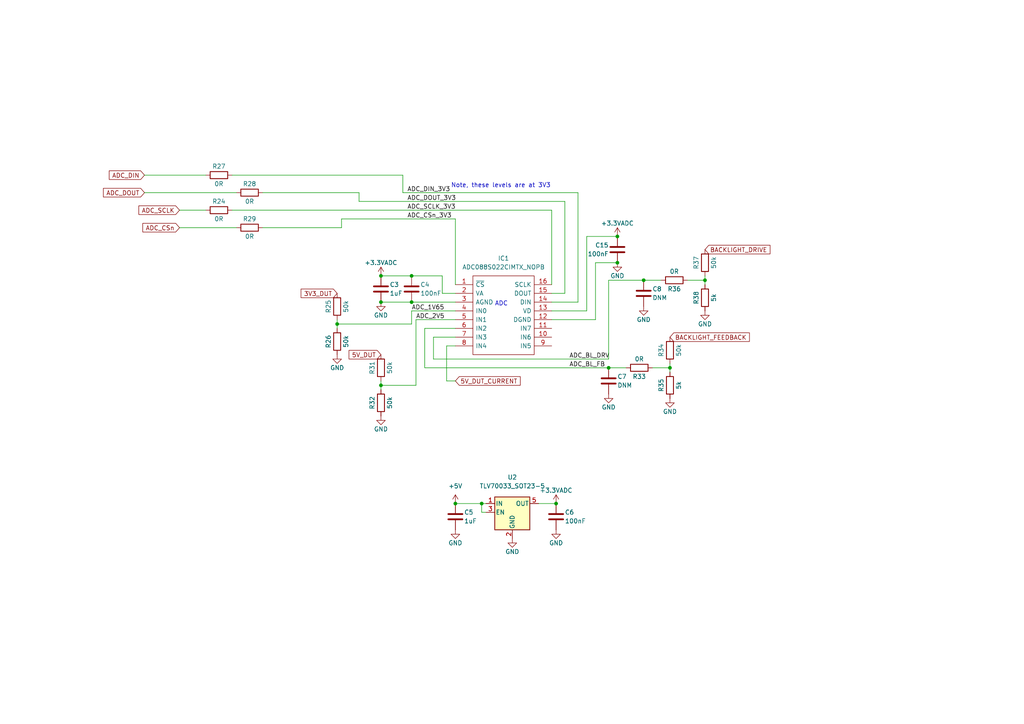
<source format=kicad_sch>
(kicad_sch (version 20211123) (generator eeschema)
  (paper "A4")
  (lib_symbols
    (symbol "Device:C" (pin_numbers hide) (pin_names (offset 0.254))
      (property "Reference" "C" (at 0.635 2.54 0))
      (property "Value" "C" (at 0.635 -2.54 0))
      (symbol "C_0_1"
        (polyline (pts (xy -2.032 -0.762) (xy 2.032 -0.762)) (stroke (width 0.508)))
        (polyline (pts (xy -2.032 0.762) (xy 2.032 0.762)) (stroke (width 0.508)))
      )
      (symbol "C_1_1"
        (pin passive line (at 0 3.81 270) (length 2.794) (name "~") (number "1"))
        (pin passive line (at 0 -3.81 90) (length 2.794) (name "~") (number "2"))
      )
    )
    (symbol "Device:R" (pin_numbers hide) (pin_names (offset 0))
      (property "Reference" "R" (at 2.032 0 90))
      (property "Value" "R" (at 0 0 90))
      (symbol "R_0_1"
        (rectangle (start -1.016 -2.54) (end 1.016 2.54) (stroke (width 0.254)))
      )
      (symbol "R_1_1"
        (pin passive line (at 0 3.81 270) (length 1.27) (name "~") (number "1"))
        (pin passive line (at 0 -3.81 90) (length 1.27) (name "~") (number "2"))
      )
    )
    (symbol "Regulator_Linear:TLV70033_SOT23-5" (pin_names (offset 0.254))
      (property "Reference" "U" (at -3.81 5.715 0))
      (property "Value" "TLV70033_SOT23-5" (at 0 5.715 0))
      (symbol "TLV70033_SOT23-5_0_1"
        (rectangle (start -5.08 4.445) (end 5.08 -5.08) (stroke (width 0.254)) (fill (type background)))
      )
      (symbol "TLV70033_SOT23-5_1_1"
        (pin power_in line (at -7.62 2.54 0) (length 2.54) (name "IN") (number "1"))
        (pin power_in line (at 0 -7.62 90) (length 2.54) (name "GND") (number "2"))
        (pin input line (at -7.62 0 0) (length 2.54) (name "EN") (number "3"))
        (pin no_connect line (at 5.08 0 180) (length 2.54) hide (name "NC") (number "4"))
        (pin power_out line (at 7.62 2.54 180) (length 2.54) (name "OUT") (number "5"))
      )
    )
    (symbol "SamacSys_Parts:ADC088S022CIMTX_NOPB" (pin_names (offset 0.762))
      (property "Reference" "IC" (at 24.13 7.62 0))
      (property "Value" "ADC088S022CIMTX_NOPB" (at 24.13 5.08 0))
      (symbol "ADC088S022CIMTX_NOPB_0_0"
        (pin passive line (at 0 0 0) (length 5.08) (name "~{CS}") (number "1"))
        (pin passive line (at 27.94 -15.24 180) (length 5.08) (name "IN6") (number "10"))
        (pin passive line (at 27.94 -12.7 180) (length 5.08) (name "IN7") (number "11"))
        (pin passive line (at 27.94 -10.16 180) (length 5.08) (name "DGND") (number "12"))
        (pin passive line (at 27.94 -7.62 180) (length 5.08) (name "VD") (number "13"))
        (pin passive line (at 27.94 -5.08 180) (length 5.08) (name "DIN") (number "14"))
        (pin passive line (at 27.94 -2.54 180) (length 5.08) (name "DOUT") (number "15"))
        (pin passive line (at 27.94 0 180) (length 5.08) (name "SCLK") (number "16"))
        (pin passive line (at 0 -2.54 0) (length 5.08) (name "VA") (number "2"))
        (pin passive line (at 0 -5.08 0) (length 5.08) (name "AGND") (number "3"))
        (pin passive line (at 0 -7.62 0) (length 5.08) (name "IN0") (number "4"))
        (pin passive line (at 0 -10.16 0) (length 5.08) (name "IN1") (number "5"))
        (pin passive line (at 0 -12.7 0) (length 5.08) (name "IN2") (number "6"))
        (pin passive line (at 0 -15.24 0) (length 5.08) (name "IN3") (number "7"))
        (pin passive line (at 0 -17.78 0) (length 5.08) (name "IN4") (number "8"))
        (pin passive line (at 27.94 -17.78 180) (length 5.08) (name "IN5") (number "9"))
      )
      (symbol "ADC088S022CIMTX_NOPB_0_1"
        (polyline (pts (xy 5.08 2.54) (xy 22.86 2.54) (xy 22.86 -20.32) (xy 5.08 -20.32) (xy 5.08 2.54)) (stroke (width 0.1524)))
      )
    )
    (symbol "power:+3.3VADC" (power) (pin_names (offset 0))
      (property "Value" "+3.3VADC" (at 0 2.54 0))
      (symbol "+3.3VADC_0_0"
        (pin power_in line (at 0 0 90) (length 0) hide (name "+3.3VADC") (number "1"))
      )
      (symbol "+3.3VADC_0_1"
        (polyline (pts (xy -0.762 1.27) (xy 0 2.54)))
        (polyline (pts (xy 0 0) (xy 0 2.54)))
        (polyline (pts (xy 0 2.54) (xy 0.762 1.27)))
      )
    )
    (symbol "power:+5V" (power) (pin_names (offset 0))
      (property "Value" "+5V" (at 0 3.556 0))
      (symbol "+5V_0_1"
        (polyline (pts (xy -0.762 1.27) (xy 0 2.54)))
        (polyline (pts (xy 0 0) (xy 0 2.54)))
        (polyline (pts (xy 0 2.54) (xy 0.762 1.27)))
      )
      (symbol "+5V_1_1"
        (pin power_in line (at 0 0 90) (length 0) hide (name "+5V") (number "1"))
      )
    )
    (symbol "power:GND" (power) (pin_names (offset 0))
      (property "Value" "GND" (at 0 -3.81 0))
      (symbol "GND_0_1"
        (polyline (pts (xy 0 0) (xy 0 -1.27) (xy 1.27 -1.27) (xy 0 -2.54) (xy -1.27 -1.27) (xy 0 -1.27)))
      )
      (symbol "GND_1_1"
        (pin power_in line (at 0 0 270) (length 0) hide (name "GND") (number "1"))
      )
    )
  )
  (junction (at 186.69 81.28))
  (junction (at 176.53 106.68))
  (junction (at 110.49 111.76))
  (junction (at 204.47 81.28))
  (junction (at 139.7 146.05))
  (junction (at 194.31 106.68))
  (junction (at 161.29 146.05))
  (junction (at 110.49 80.01))
  (junction (at 179.07 76.2))
  (junction (at 110.49 87.63))
  (junction (at 179.07 68.58))
  (junction (at 119.38 80.01))
  (junction (at 97.79 93.98))
  (junction (at 132.08 146.05))
  (junction (at 119.38 87.63))
  (wire (pts (xy 176.53 106.68) (xy 181.61 106.68)))
  (wire (pts (xy 52.07 66.04) (xy 68.58 66.04)))
  (wire (pts (xy 160.02 92.71) (xy 172.72 92.71)))
  (wire (pts (xy 123.19 95.25) (xy 123.19 106.68)))
  (wire (pts (xy 160.02 60.96) (xy 160.02 82.55)))
  (wire (pts (xy 170.18 68.58) (xy 170.18 90.17)))
  (wire (pts (xy 189.23 106.68) (xy 194.31 106.68)))
  (wire (pts (xy 76.2 55.88) (xy 104.14 55.88)))
  (wire (pts (xy 41.91 55.88) (xy 68.58 55.88)))
  (wire (pts (xy 97.79 93.98) (xy 97.79 95.25)))
  (wire (pts (xy 110.49 111.76) (xy 110.49 113.03)))
  (wire (pts (xy 129.54 110.49) (xy 129.54 100.33)))
  (wire (pts (xy 204.47 81.28) (xy 204.47 82.55)))
  (wire (pts (xy 123.19 106.68) (xy 176.53 106.68)))
  (wire (pts (xy 125.73 97.79) (xy 125.73 104.14)))
  (wire (pts (xy 129.54 100.33) (xy 132.08 100.33)))
  (wire (pts (xy 132.08 97.79) (xy 125.73 97.79)))
  (wire (pts (xy 125.73 104.14) (xy 176.53 104.14)))
  (wire (pts (xy 132.08 63.5) (xy 132.08 82.55)))
  (wire (pts (xy 120.65 92.71) (xy 120.65 111.76)))
  (wire (pts (xy 104.14 58.42) (xy 163.83 58.42)))
  (wire (pts (xy 132.08 110.49) (xy 129.54 110.49)))
  (wire (pts (xy 176.53 81.28) (xy 186.69 81.28)))
  (wire (pts (xy 97.79 93.98) (xy 119.38 93.98)))
  (wire (pts (xy 120.65 92.71) (xy 132.08 92.71)))
  (wire (pts (xy 172.72 92.71) (xy 172.72 76.2)))
  (wire (pts (xy 104.14 55.88) (xy 104.14 58.42)))
  (wire (pts (xy 119.38 80.01) (xy 128.27 80.01)))
  (wire (pts (xy 128.27 85.09) (xy 132.08 85.09)))
  (wire (pts (xy 167.64 87.63) (xy 167.64 55.88)))
  (wire (pts (xy 176.53 81.28) (xy 176.53 104.14)))
  (wire (pts (xy 139.7 148.59) (xy 139.7 146.05)))
  (wire (pts (xy 167.64 55.88) (xy 116.84 55.88)))
  (wire (pts (xy 99.06 66.04) (xy 99.06 63.5)))
  (wire (pts (xy 160.02 87.63) (xy 167.64 87.63)))
  (wire (pts (xy 179.07 68.58) (xy 170.18 68.58)))
  (wire (pts (xy 204.47 80.01) (xy 204.47 81.28)))
  (wire (pts (xy 170.18 90.17) (xy 160.02 90.17)))
  (wire (pts (xy 120.65 111.76) (xy 110.49 111.76)))
  (wire (pts (xy 163.83 85.09) (xy 163.83 58.42)))
  (wire (pts (xy 110.49 110.49) (xy 110.49 111.76)))
  (wire (pts (xy 110.49 87.63) (xy 119.38 87.63)))
  (wire (pts (xy 199.39 81.28) (xy 204.47 81.28)))
  (wire (pts (xy 160.02 85.09) (xy 163.83 85.09)))
  (wire (pts (xy 67.31 60.96) (xy 160.02 60.96)))
  (wire (pts (xy 110.49 80.01) (xy 119.38 80.01)))
  (wire (pts (xy 128.27 80.01) (xy 128.27 85.09)))
  (wire (pts (xy 139.7 146.05) (xy 140.97 146.05)))
  (wire (pts (xy 194.31 106.68) (xy 194.31 107.95)))
  (wire (pts (xy 97.79 92.71) (xy 97.79 93.98)))
  (wire (pts (xy 52.07 60.96) (xy 59.69 60.96)))
  (wire (pts (xy 140.97 148.59) (xy 139.7 148.59)))
  (wire (pts (xy 156.21 146.05) (xy 161.29 146.05)))
  (wire (pts (xy 76.2 66.04) (xy 99.06 66.04)))
  (wire (pts (xy 41.91 50.8) (xy 59.69 50.8)))
  (wire (pts (xy 194.31 105.41) (xy 194.31 106.68)))
  (wire (pts (xy 119.38 87.63) (xy 132.08 87.63)))
  (wire (pts (xy 99.06 63.5) (xy 132.08 63.5)))
  (wire (pts (xy 132.08 95.25) (xy 123.19 95.25)))
  (wire (pts (xy 119.38 93.98) (xy 119.38 90.17)))
  (wire (pts (xy 119.38 90.17) (xy 132.08 90.17)))
  (wire (pts (xy 116.84 55.88) (xy 116.84 50.8)))
  (wire (pts (xy 186.69 81.28) (xy 191.77 81.28)))
  (wire (pts (xy 132.08 146.05) (xy 139.7 146.05)))
  (wire (pts (xy 172.72 76.2) (xy 179.07 76.2)))
  (wire (pts (xy 67.31 50.8) (xy 116.84 50.8)))
  (text "Note, these levels are at 3V3" (at 130.81 54.61 0) (effects (font (size 1.27 1.27)) (justify left bottom)))
  (text "ADC" (at 143.51 88.9 0) (effects (font (size 1.27 1.27)) (justify left bottom)))
  (label "ADC_BL_DRV" (at 165.1 104.14 0))
  (label "ADC_1V65" (at 119.38 90.17 0))
  (label "ADC_CSn_3V3" (at 118.11 63.5 0))
  (label "ADC_BL_FB" (at 165.1 106.68 0))
  (label "ADC_DOUT_3V3" (at 118.11 58.42 0))
  (label "ADC_DIN_3V3" (at 118.11 55.88 0))
  (label "ADC_2V5" (at 120.65 92.71 0))
  (label "ADC_SCLK_3V3" (at 118.11 60.96 0))
  (global_label "ADC_CSn" (shape input) (at 52.07 66.04 180) (property "Intersheet References" "${INTERSHEET_REFS}" (effects hide)))
  (global_label "BACKLIGHT_FEEDBACK" (shape input) (at 194.31 97.79 0) (property "Intersheet References" "${INTERSHEET_REFS}" (effects hide)))
  (global_label "ADC_SCLK" (shape input) (at 52.07 60.96 180) (property "Intersheet References" "${INTERSHEET_REFS}" (effects hide)))
  (global_label "5V_DUT_CURRENT" (shape input) (at 132.08 110.49 0) (property "Intersheet References" "${INTERSHEET_REFS}" (effects hide)))
  (global_label "ADC_DIN" (shape input) (at 41.91 50.8 180) (property "Intersheet References" "${INTERSHEET_REFS}" (effects hide)))
  (global_label "3V3_DUT" (shape input) (at 97.79 85.09 180) (property "Intersheet References" "${INTERSHEET_REFS}" (effects hide)))
  (global_label "ADC_DOUT" (shape input) (at 41.91 55.88 180) (property "Intersheet References" "${INTERSHEET_REFS}" (effects hide)))
  (global_label "BACKLIGHT_DRIVE" (shape input) (at 204.47 72.39 0) (property "Intersheet References" "${INTERSHEET_REFS}" (effects hide)))
  (global_label "5V_DUT" (shape input) (at 110.49 102.87 180) (property "Intersheet References" "${INTERSHEET_REFS}" (effects hide)))
  (symbol (lib_id "power:GND") (at 148.59 156.21 0) (unit 1)
    (property "Reference" "#PWR0125" (effects hide))
    (property "Value" "GND" (at 148.59 160.02 0))
  )
  (symbol (lib_id "power:GND") (at 194.31 115.57 0) (unit 1)
    (property "Reference" "#PWR0128" (effects hide))
    (property "Value" "GND" (at 194.31 119.38 0))
  )
  (symbol (lib_id "Device:R") (at 97.79 99.06 180) (unit 1)
    (property "Reference" "R26" (at 95.25 99.06 90))
    (property "Value" "50k" (at 100.33 99.06 90))
    (property "Footprint" "Resistor_SMD:R_0402_1005Metric" (effects hide))
  )
  (symbol (lib_id "power:+5V") (at 132.08 146.05 0) (unit 1)
    (property "Reference" "#PWR0123" (effects hide))
    (property "Value" "+5V" (at 132.08 140.97 0))
  )
  (symbol (lib_id "Device:R") (at 204.47 76.2 180) (unit 1)
    (property "Reference" "R37" (at 201.93 76.2 90))
    (property "Value" "50k" (at 207.01 76.2 90))
    (property "Footprint" "Resistor_SMD:R_0402_1005Metric" (effects hide))
  )
  (symbol (lib_id "Device:R") (at 110.49 106.68 180) (unit 1)
    (property "Reference" "R31" (at 107.95 106.68 90))
    (property "Value" "50k" (at 113.03 106.68 90))
    (property "Footprint" "Resistor_SMD:R_0402_1005Metric" (effects hide))
  )
  (symbol (lib_id "Device:C") (at 186.69 85.09 180) (unit 1)
    (property "Reference" "C8" (at 189.23 83.82 0) (effects (justify right)))
    (property "Value" "DNM" (at 189.23 86.36 0) (effects (justify right)))
    (property "Footprint" "Capacitor_SMD:C_0603_1608Metric" (effects hide))
  )
  (symbol (lib_id "Device:R") (at 185.42 106.68 270) (unit 1)
    (property "Reference" "R33" (at 185.42 109.22 90))
    (property "Value" "0R" (at 185.42 104.14 90))
    (property "Footprint" "Resistor_SMD:R_0402_1005Metric" (effects hide))
  )
  (symbol (lib_id "Device:R") (at 72.39 66.04 90) (unit 1)
    (property "Reference" "R29" (at 72.39 63.5 90))
    (property "Value" "0R" (at 72.39 68.58 90))
    (property "Footprint" "Resistor_SMD:R_0402_1005Metric" (effects hide))
  )
  (symbol (lib_id "power:GND") (at 179.07 76.2 0) (mirror y) (unit 1)
    (property "Reference" "#PWR0149" (effects hide))
    (property "Value" "GND" (at 179.07 80.01 0))
  )
  (symbol (lib_id "power:GND") (at 161.29 153.67 0) (unit 1)
    (property "Reference" "#PWR0120" (effects hide))
    (property "Value" "GND" (at 161.29 157.48 0))
  )
  (symbol (lib_id "Device:R") (at 194.31 111.76 180) (unit 1)
    (property "Reference" "R35" (at 191.77 111.76 90))
    (property "Value" "5k" (at 196.85 111.76 90))
    (property "Footprint" "Resistor_SMD:R_0402_1005Metric" (effects hide))
  )
  (symbol (lib_id "SamacSys_Parts:ADC088S022CIMTX_NOPB") (at 132.08 82.55 0) (unit 1)
    (property "Reference" "IC1" (at 146.05 74.93 0))
    (property "Value" "ADC088S022CIMTX_NOPB" (at 146.05 77.47 0))
    (property "Footprint" "SOP65P640X120-16N" (effects hide))
    (property "Datasheet" "http://www.ti.com/lit/gpn/ADC088S022" (effects hide))
    (property "Description" "8-Channel, 50 ksps to 200 ksps, 8-Bit A/D Converter" (effects hide))
    (property "Height" "1.2" (effects hide))
    (property "Mouser Part Number" "926-A088S022CIMTXNPB" (effects hide))
    (property "Mouser Price/Stock" "https://www.mouser.co.uk/ProductDetail/Texas-Instruments/ADC088S022CIMTX-NOPB?qs=7X5t%252BdzoRHAI4w5p3quJdQ%3D%3D" (effects hide))
    (property "Manufacturer_Name" "Texas Instruments" (effects hide))
    (property "Manufacturer_Part_Number" "ADC088S022CIMTX/NOPB" (effects hide))
  )
  (symbol (lib_id "Device:R") (at 63.5 60.96 90) (unit 1)
    (property "Reference" "R24" (at 63.5 58.42 90))
    (property "Value" "0R" (at 63.5 63.5 90))
    (property "Footprint" "Resistor_SMD:R_0402_1005Metric" (effects hide))
  )
  (symbol (lib_id "Device:C") (at 176.53 110.49 180) (unit 1)
    (property "Reference" "C7" (at 179.07 109.22 0) (effects (justify right)))
    (property "Value" "DNM" (at 179.07 111.76 0) (effects (justify right)))
    (property "Footprint" "Capacitor_SMD:C_0603_1608Metric" (effects hide))
  )
  (symbol (lib_id "Device:R") (at 110.49 116.84 180) (unit 1)
    (property "Reference" "R32" (at 107.95 116.84 90))
    (property "Value" "50k" (at 113.03 116.84 90))
    (property "Footprint" "Resistor_SMD:R_0402_1005Metric" (effects hide))
  )
  (symbol (lib_id "power:GND") (at 204.47 90.17 0) (unit 1)
    (property "Reference" "#PWR0130" (effects hide))
    (property "Value" "GND" (at 204.47 93.98 0))
  )
  (symbol (lib_id "Device:C") (at 132.08 149.86 180) (unit 1)
    (property "Reference" "C5" (at 134.62 148.59 0) (effects (justify right)))
    (property "Value" "1uF" (at 134.62 151.13 0) (effects (justify right)))
    (property "Footprint" "Capacitor_SMD:C_0603_1608Metric" (effects hide))
  )
  (symbol (lib_id "power:+3.3VADC") (at 161.29 146.05 0) (unit 1)
    (property "Reference" "#PWR0119" (effects hide))
    (property "Value" "+3.3VADC" (at 161.29 142.24 0))
  )
  (symbol (lib_id "Device:R") (at 72.39 55.88 90) (unit 1)
    (property "Reference" "R28" (at 72.39 53.34 90))
    (property "Value" "0R" (at 72.39 58.42 90))
    (property "Footprint" "Resistor_SMD:R_0402_1005Metric" (effects hide))
  )
  (symbol (lib_id "Device:R") (at 204.47 86.36 180) (unit 1)
    (property "Reference" "R38" (at 201.93 86.36 90))
    (property "Value" "5k" (at 207.01 86.36 90))
    (property "Footprint" "Resistor_SMD:R_0402_1005Metric" (effects hide))
  )
  (symbol (lib_id "power:GND") (at 132.08 153.67 0) (unit 1)
    (property "Reference" "#PWR0126" (effects hide))
    (property "Value" "GND" (at 132.08 157.48 0))
  )
  (symbol (lib_id "Device:R") (at 63.5 50.8 90) (unit 1)
    (property "Reference" "R27" (at 63.5 48.26 90))
    (property "Value" "0R" (at 63.5 53.34 90))
    (property "Footprint" "Resistor_SMD:R_0402_1005Metric" (effects hide))
  )
  (symbol (lib_id "Regulator_Linear:TLV70033_SOT23-5") (at 148.59 148.59 0) (unit 1)
    (property "Reference" "U2" (at 148.59 138.43 0))
    (property "Value" "TLV70033_SOT23-5" (at 148.59 140.97 0))
    (property "Footprint" "Package_TO_SOT_SMD:SOT-23-5" (effects hide))
    (property "Datasheet" "http://www.ti.com/lit/ds/symlink/tlv700.pdf" (effects hide))
  )
  (symbol (lib_id "power:+3.3VADC") (at 179.07 68.58 0) (mirror y) (unit 1)
    (property "Reference" "#PWR0150" (effects hide))
    (property "Value" "+3.3VADC" (at 179.07 64.77 0))
  )
  (symbol (lib_id "power:GND") (at 186.69 88.9 0) (unit 1)
    (property "Reference" "#PWR0129" (effects hide))
    (property "Value" "GND" (at 186.69 92.71 0))
  )
  (symbol (lib_id "Device:R") (at 195.58 81.28 270) (unit 1)
    (property "Reference" "R36" (at 195.58 83.82 90))
    (property "Value" "0R" (at 195.58 78.74 90))
    (property "Footprint" "Resistor_SMD:R_0402_1005Metric" (effects hide))
  )
  (symbol (lib_id "power:GND") (at 110.49 120.65 0) (unit 1)
    (property "Reference" "#PWR0124" (effects hide))
    (property "Value" "GND" (at 110.49 124.46 0))
  )
  (symbol (lib_id "Device:R") (at 194.31 101.6 180) (unit 1)
    (property "Reference" "R34" (at 191.77 101.6 90))
    (property "Value" "50k" (at 196.85 101.6 90))
    (property "Footprint" "Resistor_SMD:R_0402_1005Metric" (effects hide))
  )
  (symbol (lib_id "Device:C") (at 119.38 83.82 180) (unit 1)
    (property "Reference" "C4" (at 121.92 82.55 0) (effects (justify right)))
    (property "Value" "100nF" (at 121.92 85.09 0) (effects (justify right)))
    (property "Footprint" "Capacitor_SMD:C_0402_1005Metric" (effects hide))
  )
  (symbol (lib_id "Device:R") (at 97.79 88.9 180) (unit 1)
    (property "Reference" "R25" (at 95.25 88.9 90))
    (property "Value" "50k" (at 100.33 88.9 90))
    (property "Footprint" "Resistor_SMD:R_0402_1005Metric" (effects hide))
  )
  (symbol (lib_id "power:GND") (at 110.49 87.63 0) (unit 1)
    (property "Reference" "#PWR0118" (effects hide))
    (property "Value" "GND" (at 110.49 91.44 0))
  )
  (symbol (lib_id "Device:C") (at 110.49 83.82 180) (unit 1)
    (property "Reference" "C3" (at 113.03 82.55 0) (effects (justify right)))
    (property "Value" "1uF" (at 113.03 85.09 0) (effects (justify right)))
    (property "Footprint" "Capacitor_SMD:C_0603_1608Metric" (effects hide))
  )
  (symbol (lib_id "power:+3.3VADC") (at 110.49 80.01 0) (unit 1)
    (property "Reference" "#PWR0117" (effects hide))
    (property "Value" "+3.3VADC" (at 110.49 76.2 0))
  )
  (symbol (lib_id "Device:C") (at 161.29 149.86 180) (unit 1)
    (property "Reference" "C6" (at 163.83 148.59 0) (effects (justify right)))
    (property "Value" "100nF" (at 163.83 151.13 0) (effects (justify right)))
    (property "Footprint" "Capacitor_SMD:C_0402_1005Metric" (effects hide))
  )
  (symbol (lib_id "Device:C") (at 179.07 72.39 0) (mirror x) (unit 1)
    (property "Reference" "C15" (at 176.53 71.12 0) (effects (justify right)))
    (property "Value" "100nF" (at 176.53 73.66 0) (effects (justify right)))
    (property "Footprint" "Capacitor_SMD:C_0402_1005Metric" (effects hide))
  )
  (symbol (lib_id "power:GND") (at 176.53 114.3 0) (unit 1)
    (property "Reference" "#PWR0121" (effects hide))
    (property "Value" "GND" (at 176.53 118.11 0))
  )
  (symbol (lib_id "power:GND") (at 97.79 102.87 0) (unit 1)
    (property "Reference" "#PWR0127" (effects hide))
    (property "Value" "GND" (at 97.79 106.68 0))
  )
)
</source>
